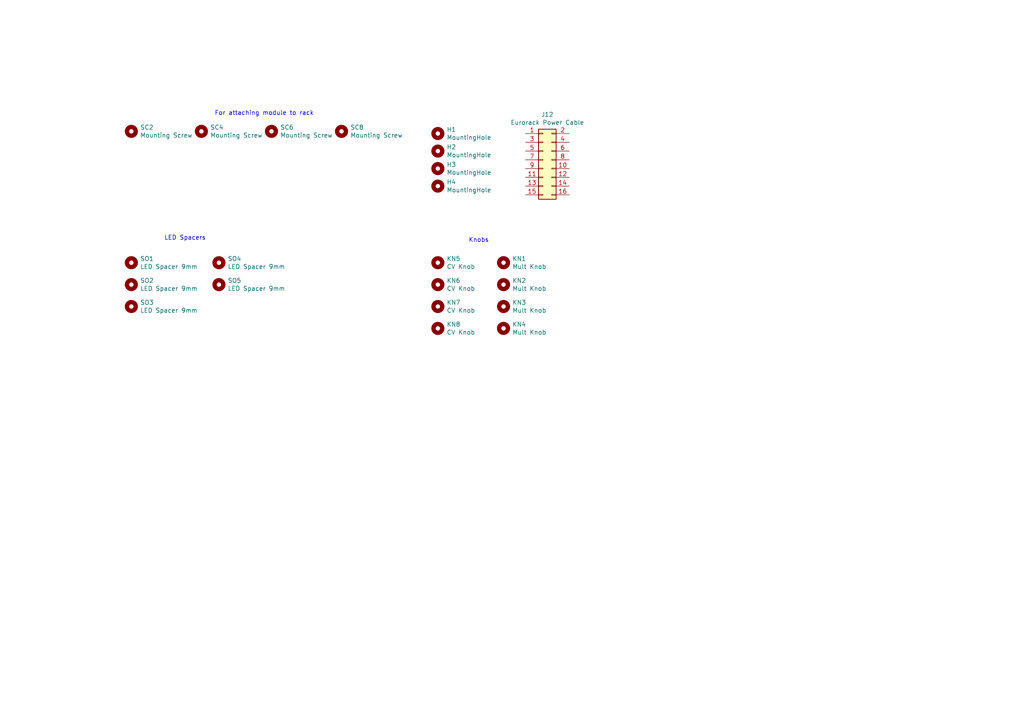
<source format=kicad_sch>
(kicad_sch (version 20211123) (generator eeschema)
  (paper "A4")
  (title_block (title "Twangilizer") (rev "1.1"))
  (lib_symbols
    (symbol "Connector_Generic:Conn_02x08_Odd_Even" (pin_names (offset 1.016) hide)
      (property "Reference" "J" (at 1.27 10.16 0))
      (property "Value" "Conn_02x08_Odd_Even" (at 1.27 -12.7 0))
      (symbol "Conn_02x08_Odd_Even_1_1"
        (rectangle (start -1.27 -10.033) (end 0 -10.287) (stroke (width 0.1524)))
        (rectangle (start -1.27 -7.493) (end 0 -7.747) (stroke (width 0.1524)))
        (rectangle (start -1.27 -4.953) (end 0 -5.207) (stroke (width 0.1524)))
        (rectangle (start -1.27 -2.413) (end 0 -2.667) (stroke (width 0.1524)))
        (rectangle (start -1.27 0.127) (end 0 -0.127) (stroke (width 0.1524)))
        (rectangle (start -1.27 2.667) (end 0 2.413) (stroke (width 0.1524)))
        (rectangle (start -1.27 5.207) (end 0 4.953) (stroke (width 0.1524)))
        (rectangle (start -1.27 7.747) (end 0 7.493) (stroke (width 0.1524)))
        (rectangle (start -1.27 8.89) (end 3.81 -11.43) (stroke (width 0.254)) (fill (type background)))
        (rectangle (start 3.81 -10.033) (end 2.54 -10.287) (stroke (width 0.1524)))
        (rectangle (start 3.81 -7.493) (end 2.54 -7.747) (stroke (width 0.1524)))
        (rectangle (start 3.81 -4.953) (end 2.54 -5.207) (stroke (width 0.1524)))
        (rectangle (start 3.81 -2.413) (end 2.54 -2.667) (stroke (width 0.1524)))
        (rectangle (start 3.81 0.127) (end 2.54 -0.127) (stroke (width 0.1524)))
        (rectangle (start 3.81 2.667) (end 2.54 2.413) (stroke (width 0.1524)))
        (rectangle (start 3.81 5.207) (end 2.54 4.953) (stroke (width 0.1524)))
        (rectangle (start 3.81 7.747) (end 2.54 7.493) (stroke (width 0.1524)))
        (pin passive line (at -5.08 7.62 0) (length 3.81) (name "Pin_1") (number "1"))
        (pin passive line (at 7.62 -2.54 180) (length 3.81) (name "Pin_10") (number "10"))
        (pin passive line (at -5.08 -5.08 0) (length 3.81) (name "Pin_11") (number "11"))
        (pin passive line (at 7.62 -5.08 180) (length 3.81) (name "Pin_12") (number "12"))
        (pin passive line (at -5.08 -7.62 0) (length 3.81) (name "Pin_13") (number "13"))
        (pin passive line (at 7.62 -7.62 180) (length 3.81) (name "Pin_14") (number "14"))
        (pin passive line (at -5.08 -10.16 0) (length 3.81) (name "Pin_15") (number "15"))
        (pin passive line (at 7.62 -10.16 180) (length 3.81) (name "Pin_16") (number "16"))
        (pin passive line (at 7.62 7.62 180) (length 3.81) (name "Pin_2") (number "2"))
        (pin passive line (at -5.08 5.08 0) (length 3.81) (name "Pin_3") (number "3"))
        (pin passive line (at 7.62 5.08 180) (length 3.81) (name "Pin_4") (number "4"))
        (pin passive line (at -5.08 2.54 0) (length 3.81) (name "Pin_5") (number "5"))
        (pin passive line (at 7.62 2.54 180) (length 3.81) (name "Pin_6") (number "6"))
        (pin passive line (at -5.08 0 0) (length 3.81) (name "Pin_7") (number "7"))
        (pin passive line (at 7.62 0 180) (length 3.81) (name "Pin_8") (number "8"))
        (pin passive line (at -5.08 -2.54 0) (length 3.81) (name "Pin_9") (number "9"))
      )
    )
    (symbol "Mechanical:MountingHole" (pin_names (offset 1.016))
      (property "Reference" "H" (at 0 5.08 0))
      (property "Value" "MountingHole" (at 0 3.175 0))
      (symbol "MountingHole_0_1"
        (circle (center 0 0) (radius 1.27) (stroke (width 1.27)))
      )
    )
  )
  (text "For attaching module to rack" (at 62.23 33.655 0) (effects (font (size 1.27 1.27)) (justify left bottom)))
  (text "Knobs" (at 135.89 70.485 0) (effects (font (size 1.27 1.27)) (justify left bottom)))
  (text "LED Spacers" (at 47.625 69.85 0) (effects (font (size 1.27 1.27)) (justify left bottom)))
  (symbol (lib_id "Mechanical:MountingHole") (at 127 95.25 0) (unit 1) (on_board no)
    (property "Reference" "KN8" (at 129.54 94.0816 0) (effects (justify left)))
    (property "Value" "CV Knob" (at 129.54 96.393 0) (effects (justify left)))
    (property "Digi-Key Part" "4654-FC7251-ND" (effects hide))
  )
  (symbol (lib_id "Mechanical:MountingHole") (at 38.1 76.2 0) (unit 1) (on_board no)
    (property "Reference" "SO1" (at 40.64 75.0316 0) (effects (justify left)))
    (property "Value" "LED Spacer 9mm" (at 40.64 77.343 0) (effects (justify left)))
    (property "Digi-Key Part" "RPC4262-ND" (effects hide))
  )
  (symbol (lib_id "Mechanical:MountingHole") (at 63.5 82.55 0) (unit 1) (on_board no)
    (property "Reference" "SO5" (at 66.04 81.3816 0) (effects (justify left)))
    (property "Value" "LED Spacer 9mm" (at 66.04 83.693 0) (effects (justify left)))
    (property "Digi-Key Part" "RPC4262-ND" (effects hide))
  )
  (symbol (lib_id "Mechanical:MountingHole") (at 127 43.815 0) (unit 1) (in_bom no) (on_board no)
    (property "Reference" "H2" (at 129.54 42.6466 0) (effects (justify left)))
    (property "Value" "MountingHole" (at 129.54 44.958 0) (effects (justify left)))
    (property "Footprint" "MountingHole:MountingHole_2.5mm" (effects hide))
  )
  (symbol (lib_id "Mechanical:MountingHole") (at 127 38.735 0) (unit 1) (in_bom no) (on_board no)
    (property "Reference" "H1" (at 129.54 37.5666 0) (effects (justify left)))
    (property "Value" "MountingHole" (at 129.54 39.878 0) (effects (justify left)))
    (property "Footprint" "MountingHole:MountingHole_2.5mm" (effects hide))
  )
  (symbol (lib_id "Mechanical:MountingHole") (at 127 53.975 0) (unit 1) (in_bom no) (on_board no)
    (property "Reference" "H4" (at 129.54 52.8066 0) (effects (justify left)))
    (property "Value" "MountingHole" (at 129.54 55.118 0) (effects (justify left)))
    (property "Footprint" "MountingHole:MountingHole_2.5mm" (effects hide))
  )
  (symbol (lib_id "Mechanical:MountingHole") (at 146.05 82.55 0) (unit 1) (on_board no)
    (property "Reference" "KN2" (at 148.59 81.3816 0) (effects (justify left)))
    (property "Value" "Mult Knob" (at 148.59 83.693 0) (effects (justify left)))
    (property "Digi-Key Part" "1722-1314-ND" (effects hide))
  )
  (symbol (lib_id "Mechanical:MountingHole") (at 127 76.2 0) (unit 1) (on_board no)
    (property "Reference" "KN5" (at 129.54 75.0316 0) (effects (justify left)))
    (property "Value" "CV Knob" (at 129.54 77.343 0) (effects (justify left)))
    (property "Digi-Key Part" "4654-FC7251-ND" (effects hide))
  )
  (symbol (lib_id "Mechanical:MountingHole") (at 38.1 38.1 0) (unit 1) (on_board no)
    (property "Reference" "SC2" (at 40.64 36.9316 0) (effects (justify left)))
    (property "Value" "Mounting Screw" (at 40.64 39.243 0) (effects (justify left)))
    (property "Digi-Key Part" "335-1156-ND" (effects hide))
  )
  (symbol (lib_id "Mechanical:MountingHole") (at 38.1 82.55 0) (unit 1) (on_board no)
    (property "Reference" "SO2" (at 40.64 81.3816 0) (effects (justify left)))
    (property "Value" "LED Spacer 9mm" (at 40.64 83.693 0) (effects (justify left)))
    (property "Digi-Key Part" "RPC4262-ND" (effects hide))
  )
  (symbol (lib_id "Mechanical:MountingHole") (at 58.42 38.1 0) (unit 1) (on_board no)
    (property "Reference" "SC4" (at 60.96 36.9316 0) (effects (justify left)))
    (property "Value" "Mounting Screw" (at 60.96 39.243 0) (effects (justify left)))
    (property "Digi-Key Part" "335-1156-ND" (effects hide))
  )
  (symbol (lib_id "Mechanical:MountingHole") (at 146.05 95.25 0) (unit 1) (on_board no)
    (property "Reference" "KN4" (at 148.59 94.0816 0) (effects (justify left)))
    (property "Value" "Mult Knob" (at 148.59 96.393 0) (effects (justify left)))
    (property "Digi-Key Part" "1722-1314-ND" (effects hide))
  )
  (symbol (lib_id "Mechanical:MountingHole") (at 78.74 38.1 0) (unit 1) (on_board no)
    (property "Reference" "SC6" (at 81.28 36.9316 0) (effects (justify left)))
    (property "Value" "Mounting Screw" (at 81.28 39.243 0) (effects (justify left)))
    (property "Digi-Key Part" "335-1156-ND" (effects hide))
  )
  (symbol (lib_id "Mechanical:MountingHole") (at 127 48.895 0) (unit 1) (in_bom no) (on_board no)
    (property "Reference" "H3" (at 129.54 47.7266 0) (effects (justify left)))
    (property "Value" "MountingHole" (at 129.54 50.038 0) (effects (justify left)))
    (property "Footprint" "MountingHole:MountingHole_2.5mm" (effects hide))
  )
  (symbol (lib_id "Mechanical:MountingHole") (at 146.05 76.2 0) (unit 1) (on_board no)
    (property "Reference" "KN1" (at 148.59 75.0316 0) (effects (justify left)))
    (property "Value" "Mult Knob" (at 148.59 77.343 0) (effects (justify left)))
    (property "Digi-Key Part" "1722-1314-ND" (effects hide))
  )
  (symbol (lib_id "Mechanical:MountingHole") (at 99.06 38.1 0) (unit 1) (on_board no)
    (property "Reference" "SC8" (at 101.6 36.9316 0) (effects (justify left)))
    (property "Value" "Mounting Screw" (at 101.6 39.243 0) (effects (justify left)))
    (property "Digi-Key Part" "335-1156-ND" (effects hide))
  )
  (symbol (lib_id "Mechanical:MountingHole") (at 38.1 88.9 0) (unit 1) (on_board no)
    (property "Reference" "SO3" (at 40.64 87.7316 0) (effects (justify left)))
    (property "Value" "LED Spacer 9mm" (at 40.64 90.043 0) (effects (justify left)))
    (property "Digi-Key Part" "RPC4262-ND" (effects hide))
  )
  (symbol (lib_id "Mechanical:MountingHole") (at 127 88.9 0) (unit 1) (on_board no)
    (property "Reference" "KN7" (at 129.54 87.7316 0) (effects (justify left)))
    (property "Value" "CV Knob" (at 129.54 90.043 0) (effects (justify left)))
    (property "Digi-Key Part" "4654-FC7251-ND" (effects hide))
  )
  (symbol (lib_id "Connector_Generic:Conn_02x08_Odd_Even") (at 157.48 46.355 0) (unit 1) (on_board no)
    (property "Reference" "J12" (at 158.75 33.2232 0))
    (property "Value" "Eurorack Power Cable" (at 158.75 35.5346 0))
    (property "Digi-Key Part" "H3CCS-1618G-ND" (effects hide))
  )
  (symbol (lib_id "Mechanical:MountingHole") (at 146.05 88.9 0) (unit 1) (on_board no)
    (property "Reference" "KN3" (at 148.59 87.7316 0) (effects (justify left)))
    (property "Value" "Mult Knob" (at 148.59 90.043 0) (effects (justify left)))
    (property "Digi-Key Part" "1722-1314-ND" (effects hide))
  )
  (symbol (lib_id "Mechanical:MountingHole") (at 127 82.55 0) (unit 1) (on_board no)
    (property "Reference" "KN6" (at 129.54 81.3816 0) (effects (justify left)))
    (property "Value" "CV Knob" (at 129.54 83.693 0) (effects (justify left)))
    (property "Digi-Key Part" "4654-FC7251-ND" (effects hide))
  )
  (symbol (lib_id "Mechanical:MountingHole") (at 63.5 76.2 0) (unit 1) (on_board no)
    (property "Reference" "SO4" (at 66.04 75.0316 0) (effects (justify left)))
    (property "Value" "LED Spacer 9mm" (at 66.04 77.343 0) (effects (justify left)))
    (property "Digi-Key Part" "RPC4262-ND" (effects hide))
  )
)
</source>
